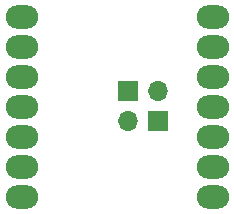
<source format=gbr>
%TF.GenerationSoftware,KiCad,Pcbnew,8.0.8-unknown-202501290020~8b811aa383~ubuntu22.04.1*%
%TF.CreationDate,2025-03-26T11:50:05+00:00*%
%TF.ProjectId,CONTROLLER_XIAO,434f4e54-524f-44c4-9c45-525f5849414f,rev?*%
%TF.SameCoordinates,Original*%
%TF.FileFunction,Soldermask,Bot*%
%TF.FilePolarity,Negative*%
%FSLAX46Y46*%
G04 Gerber Fmt 4.6, Leading zero omitted, Abs format (unit mm)*
G04 Created by KiCad (PCBNEW 8.0.8-unknown-202501290020~8b811aa383~ubuntu22.04.1) date 2025-03-26 11:50:05*
%MOMM*%
%LPD*%
G01*
G04 APERTURE LIST*
G04 Aperture macros list*
%AMRoundRect*
0 Rectangle with rounded corners*
0 $1 Rounding radius*
0 $2 $3 $4 $5 $6 $7 $8 $9 X,Y pos of 4 corners*
0 Add a 4 corners polygon primitive as box body*
4,1,4,$2,$3,$4,$5,$6,$7,$8,$9,$2,$3,0*
0 Add four circle primitives for the rounded corners*
1,1,$1+$1,$2,$3*
1,1,$1+$1,$4,$5*
1,1,$1+$1,$6,$7*
1,1,$1+$1,$8,$9*
0 Add four rect primitives between the rounded corners*
20,1,$1+$1,$2,$3,$4,$5,0*
20,1,$1+$1,$4,$5,$6,$7,0*
20,1,$1+$1,$6,$7,$8,$9,0*
20,1,$1+$1,$8,$9,$2,$3,0*%
G04 Aperture macros list end*
%ADD10R,1.700000X1.700000*%
%ADD11O,1.700000X1.700000*%
%ADD12RoundRect,1.000000X0.375000X0.000010X-0.375000X0.000010X-0.375000X-0.000010X0.375000X-0.000010X0*%
G04 APERTURE END LIST*
D10*
%TO.C,J3*%
X57460000Y-82860000D03*
D11*
X57460000Y-85400000D03*
%TD*%
D10*
%TO.C,J1*%
X60000000Y-85400000D03*
D11*
X60000000Y-82860000D03*
%TD*%
D12*
%TO.C,U2*%
X64665000Y-76621750D03*
X64665000Y-79161750D03*
X64665000Y-81701750D03*
X64665000Y-84241750D03*
X64665000Y-86781750D03*
X64665000Y-89321750D03*
X64665000Y-91861750D03*
X48500000Y-91861750D03*
X48500000Y-89321750D03*
X48500000Y-86781750D03*
X48500000Y-84241750D03*
X48500000Y-81701750D03*
X48500000Y-79161750D03*
X48500000Y-76621750D03*
%TD*%
M02*

</source>
